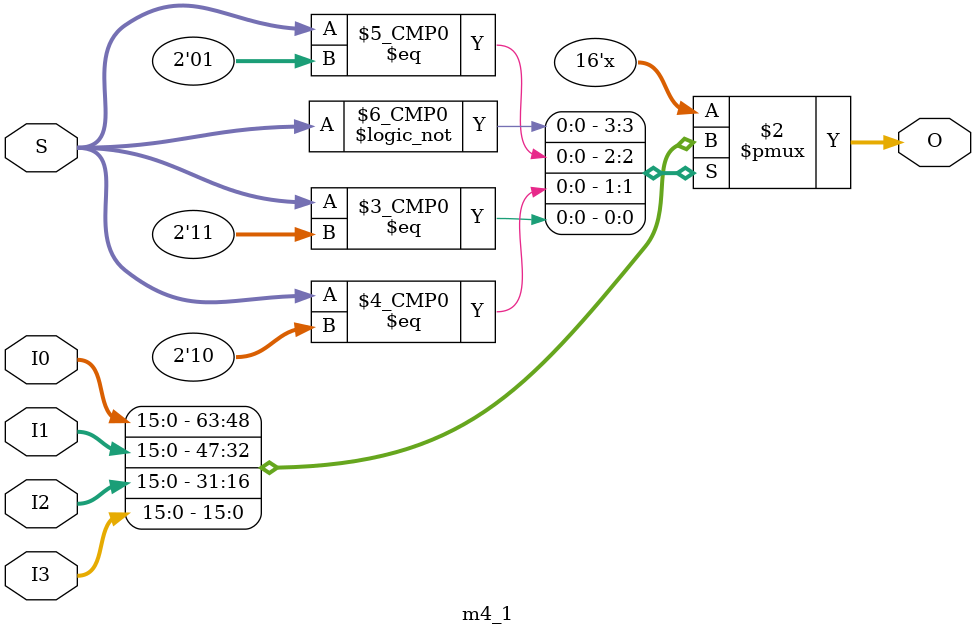
<source format=v>
`timescale 1ns / 1ps
module m4_1(
    input [15:0] I0,
    input [15:0] I1,
    input [15:0] I2,
    input [15:0] I3,
    input [1:0] S,
    output reg [15:0] O
    );
	
	always @ (*)
		begin
		
			case(S)
			
				0:
					O = I0;
				1:
					O = I1;
				2:
					O = I2;
				3:
					O = I3;
				default:
					$display("ERROR! m4_1 SET VALUE OUT OF RANGE!");
				
			endcase
			
		end


endmodule

</source>
